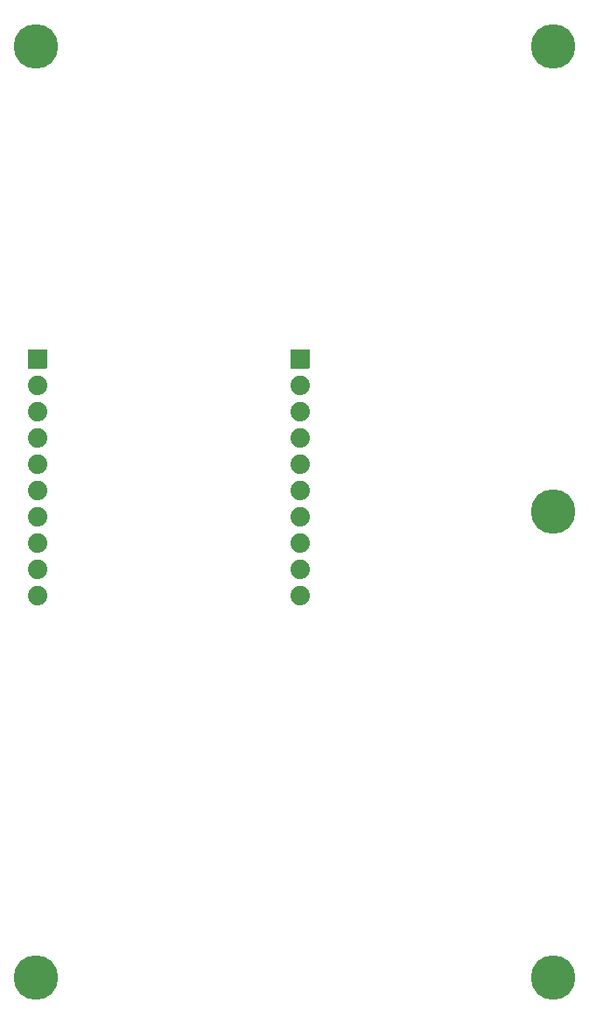
<source format=gbr>
%TF.GenerationSoftware,KiCad,Pcbnew,(6.0.2)*%
%TF.CreationDate,2022-04-01T11:09:41+02:00*%
%TF.ProjectId,cartteFille,63617274-7465-4466-996c-6c652e6b6963,rev?*%
%TF.SameCoordinates,Original*%
%TF.FileFunction,Soldermask,Bot*%
%TF.FilePolarity,Negative*%
%FSLAX46Y46*%
G04 Gerber Fmt 4.6, Leading zero omitted, Abs format (unit mm)*
G04 Created by KiCad (PCBNEW (6.0.2)) date 2022-04-01 11:09:41*
%MOMM*%
%LPD*%
G01*
G04 APERTURE LIST*
G04 Aperture macros list*
%AMRoundRect*
0 Rectangle with rounded corners*
0 $1 Rounding radius*
0 $2 $3 $4 $5 $6 $7 $8 $9 X,Y pos of 4 corners*
0 Add a 4 corners polygon primitive as box body*
4,1,4,$2,$3,$4,$5,$6,$7,$8,$9,$2,$3,0*
0 Add four circle primitives for the rounded corners*
1,1,$1+$1,$2,$3*
1,1,$1+$1,$4,$5*
1,1,$1+$1,$6,$7*
1,1,$1+$1,$8,$9*
0 Add four rect primitives between the rounded corners*
20,1,$1+$1,$2,$3,$4,$5,0*
20,1,$1+$1,$4,$5,$6,$7,0*
20,1,$1+$1,$6,$7,$8,$9,0*
20,1,$1+$1,$8,$9,$2,$3,0*%
G04 Aperture macros list end*
%ADD10C,4.300000*%
%ADD11RoundRect,0.050800X-0.889000X0.889000X-0.889000X-0.889000X0.889000X-0.889000X0.889000X0.889000X0*%
%ADD12C,1.879600*%
G04 APERTURE END LIST*
D10*
%TO.C,2M4*%
X5000000Y-95000000D03*
%TD*%
D11*
%TO.C,EXT1*%
X30492000Y-35280000D03*
D12*
X30492000Y-37820000D03*
X30492000Y-40360000D03*
X30492000Y-42900000D03*
X30492000Y-45440000D03*
X30492000Y-47980000D03*
X30492000Y-50520000D03*
X30492000Y-53060000D03*
X30492000Y-55600000D03*
X30492000Y-58140000D03*
%TD*%
D10*
%TO.C,3M4*%
X55000000Y-95000000D03*
%TD*%
D11*
%TO.C,EXT2*%
X5092000Y-35280000D03*
D12*
X5092000Y-37820000D03*
X5092000Y-40360000D03*
X5092000Y-42900000D03*
X5092000Y-45440000D03*
X5092000Y-47980000D03*
X5092000Y-50520000D03*
X5092000Y-53060000D03*
X5092000Y-55600000D03*
X5092000Y-58140000D03*
%TD*%
D10*
%TO.C,4M4*%
X55000000Y-50000000D03*
%TD*%
%TO.C,5M4*%
X55000000Y-5000000D03*
%TD*%
%TO.C,1M4*%
X5000000Y-5000000D03*
%TD*%
M02*

</source>
